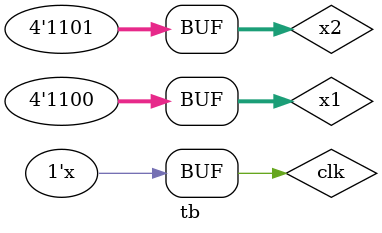
<source format=v>
module ff_neg_pos_clk(inp1,inp2,out1,out2,clk);
input[3:0]inp1 ;
input[3:0]inp2 ;
input clk;
output reg [3:0]out1;
output reg[3:0]out2;

always@ ( clk) begin

if(clk)
out1<=inp1;
else
out2<=inp2;

end
endmodule
/**********************************************************/
module tb();
reg[3:0] x1;
reg[3:0] x2;
reg clk;
wire [3:0] y1;
wire [3:0] y2;
ff_neg_pos_clk obj(x1,x2,y1,y2,clk);
initial begin
x1=3; x2=4;clk=1;#50 ;
x1=5;x2=8;   #50;
x1=12;x2=13; #10;
end

always begin

clk=~clk; #5;
end
endmodule


/***************************************************************/
</source>
